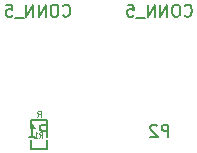
<source format=gbo>
G04 (created by PCBNEW (2012-nov-02)-testing) date 20.01.2013 (нд)  8,50,36 EET*
%MOIN*%
G04 Gerber Fmt 3.4, Leading zero omitted, Abs format*
%FSLAX34Y34*%
G01*
G70*
G90*
G04 APERTURE LIST*
%ADD10C,0.006*%
%ADD11C,0.005*%
%ADD12C,0.00590551*%
%ADD13C,0.0045*%
G04 APERTURE END LIST*
G54D10*
G54D11*
X83228Y-54251D02*
X83228Y-53973D01*
X83228Y-53973D02*
X83778Y-53973D01*
X83778Y-53973D02*
X83778Y-54251D01*
X83228Y-54923D02*
X83228Y-54645D01*
X83228Y-54923D02*
X83778Y-54923D01*
X83778Y-54923D02*
X83778Y-54645D01*
G54D12*
X83755Y-54521D02*
X83755Y-54127D01*
X83605Y-54127D01*
X83567Y-54146D01*
X83548Y-54165D01*
X83530Y-54202D01*
X83530Y-54259D01*
X83548Y-54296D01*
X83567Y-54315D01*
X83605Y-54334D01*
X83755Y-54334D01*
X83155Y-54521D02*
X83380Y-54521D01*
X83267Y-54521D02*
X83267Y-54127D01*
X83305Y-54184D01*
X83342Y-54221D01*
X83380Y-54240D01*
X84298Y-50484D02*
X84317Y-50502D01*
X84373Y-50521D01*
X84411Y-50521D01*
X84467Y-50502D01*
X84505Y-50465D01*
X84523Y-50427D01*
X84542Y-50352D01*
X84542Y-50296D01*
X84523Y-50221D01*
X84505Y-50184D01*
X84467Y-50146D01*
X84411Y-50127D01*
X84373Y-50127D01*
X84317Y-50146D01*
X84298Y-50165D01*
X84055Y-50127D02*
X83980Y-50127D01*
X83942Y-50146D01*
X83905Y-50184D01*
X83886Y-50259D01*
X83886Y-50390D01*
X83905Y-50465D01*
X83942Y-50502D01*
X83980Y-50521D01*
X84055Y-50521D01*
X84092Y-50502D01*
X84130Y-50465D01*
X84148Y-50390D01*
X84148Y-50259D01*
X84130Y-50184D01*
X84092Y-50146D01*
X84055Y-50127D01*
X83717Y-50521D02*
X83717Y-50127D01*
X83492Y-50521D01*
X83492Y-50127D01*
X83305Y-50521D02*
X83305Y-50127D01*
X83080Y-50521D01*
X83080Y-50127D01*
X82986Y-50559D02*
X82686Y-50559D01*
X82405Y-50127D02*
X82592Y-50127D01*
X82611Y-50315D01*
X82592Y-50296D01*
X82555Y-50277D01*
X82461Y-50277D01*
X82424Y-50296D01*
X82405Y-50315D01*
X82386Y-50352D01*
X82386Y-50446D01*
X82405Y-50484D01*
X82424Y-50502D01*
X82461Y-50521D01*
X82555Y-50521D01*
X82592Y-50502D01*
X82611Y-50484D01*
X87810Y-54521D02*
X87810Y-54127D01*
X87660Y-54127D01*
X87622Y-54146D01*
X87604Y-54165D01*
X87585Y-54202D01*
X87585Y-54259D01*
X87604Y-54296D01*
X87622Y-54315D01*
X87660Y-54334D01*
X87810Y-54334D01*
X87435Y-54165D02*
X87416Y-54146D01*
X87379Y-54127D01*
X87285Y-54127D01*
X87247Y-54146D01*
X87229Y-54165D01*
X87210Y-54202D01*
X87210Y-54240D01*
X87229Y-54296D01*
X87454Y-54521D01*
X87210Y-54521D01*
X88353Y-50484D02*
X88372Y-50502D01*
X88428Y-50521D01*
X88466Y-50521D01*
X88522Y-50502D01*
X88560Y-50465D01*
X88578Y-50427D01*
X88597Y-50352D01*
X88597Y-50296D01*
X88578Y-50221D01*
X88560Y-50184D01*
X88522Y-50146D01*
X88466Y-50127D01*
X88428Y-50127D01*
X88372Y-50146D01*
X88353Y-50165D01*
X88110Y-50127D02*
X88035Y-50127D01*
X87997Y-50146D01*
X87960Y-50184D01*
X87941Y-50259D01*
X87941Y-50390D01*
X87960Y-50465D01*
X87997Y-50502D01*
X88035Y-50521D01*
X88110Y-50521D01*
X88147Y-50502D01*
X88185Y-50465D01*
X88203Y-50390D01*
X88203Y-50259D01*
X88185Y-50184D01*
X88147Y-50146D01*
X88110Y-50127D01*
X87772Y-50521D02*
X87772Y-50127D01*
X87547Y-50521D01*
X87547Y-50127D01*
X87360Y-50521D02*
X87360Y-50127D01*
X87135Y-50521D01*
X87135Y-50127D01*
X87041Y-50559D02*
X86741Y-50559D01*
X86460Y-50127D02*
X86647Y-50127D01*
X86666Y-50315D01*
X86647Y-50296D01*
X86610Y-50277D01*
X86516Y-50277D01*
X86479Y-50296D01*
X86460Y-50315D01*
X86441Y-50352D01*
X86441Y-50446D01*
X86460Y-50484D01*
X86479Y-50502D01*
X86516Y-50521D01*
X86610Y-50521D01*
X86647Y-50502D01*
X86666Y-50484D01*
G54D13*
X83508Y-54553D02*
X83568Y-54459D01*
X83611Y-54553D02*
X83611Y-54356D01*
X83543Y-54356D01*
X83526Y-54365D01*
X83517Y-54375D01*
X83508Y-54394D01*
X83508Y-54422D01*
X83517Y-54440D01*
X83526Y-54450D01*
X83543Y-54459D01*
X83611Y-54459D01*
X83337Y-54553D02*
X83440Y-54553D01*
X83388Y-54553D02*
X83388Y-54356D01*
X83406Y-54384D01*
X83423Y-54403D01*
X83440Y-54412D01*
X83448Y-53860D02*
X83508Y-53765D01*
X83551Y-53860D02*
X83551Y-53660D01*
X83482Y-53660D01*
X83465Y-53670D01*
X83456Y-53679D01*
X83448Y-53698D01*
X83448Y-53727D01*
X83456Y-53746D01*
X83465Y-53756D01*
X83482Y-53765D01*
X83551Y-53765D01*
M02*

</source>
